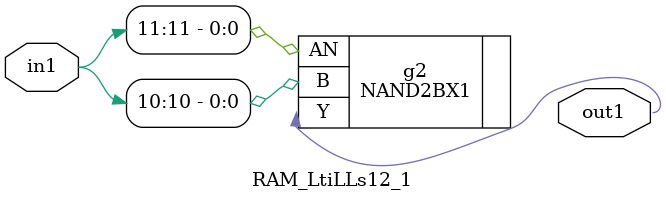
<source format=v>
`timescale 1ps / 1ps


module RAM_LtiLLs12_1(in1, out1);
  input [11:0] in1;
  output out1;
  wire [11:0] in1;
  wire out1;
  NAND2BX1 g2(.AN (in1[11]), .B (in1[10]), .Y (out1));
endmodule



</source>
